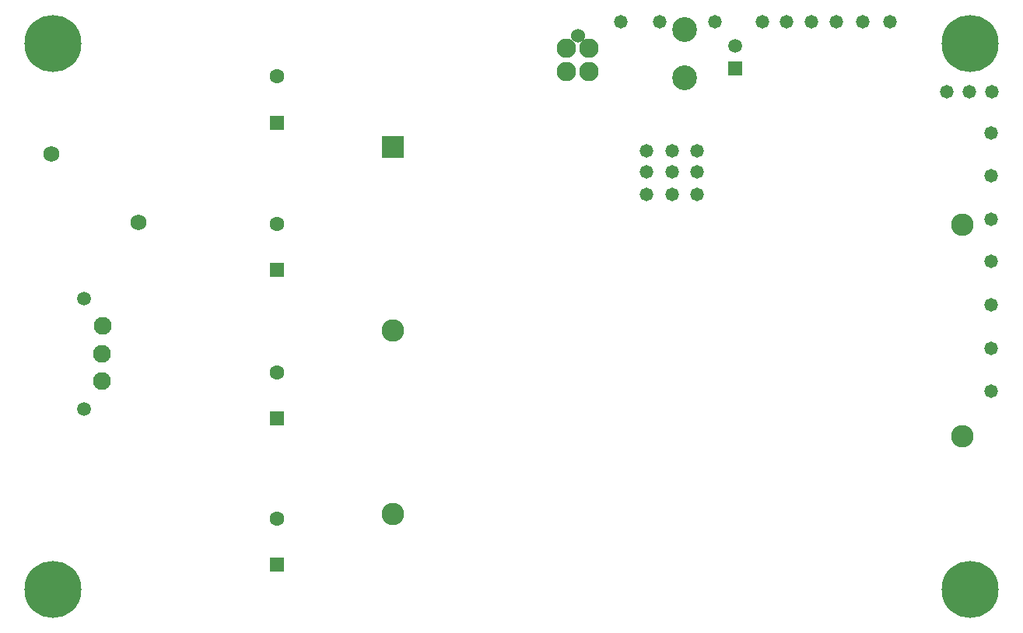
<source format=gbs>
G04*
G04 #@! TF.GenerationSoftware,Altium Limited,Altium Designer,18.1.9 (240)*
G04*
G04 Layer_Color=16711935*
%FSLAX44Y44*%
%MOMM*%
G71*
G01*
G75*
%ADD26C,2.1032*%
%ADD27C,2.7032*%
%ADD28R,1.5032X1.5032*%
%ADD29C,1.5032*%
%ADD30C,6.2032*%
%ADD31C,1.9532*%
%ADD32R,1.6032X1.6032*%
%ADD33C,1.6032*%
%ADD34C,1.7272*%
%ADD35R,2.4532X2.4532*%
%ADD36C,2.4532*%
%ADD37C,1.5232*%
%ADD38C,1.4732*%
D26*
X1115000Y1001000D02*
D03*
X1140000D02*
D03*
X1115000Y1026000D02*
D03*
X1140000D02*
D03*
D27*
X1244000Y1046750D02*
D03*
Y993750D02*
D03*
D28*
X1299000Y1004000D02*
D03*
D29*
Y1029000D02*
D03*
X590000Y633600D02*
D03*
Y753600D02*
D03*
D30*
X1554480Y436880D02*
D03*
Y1031240D02*
D03*
X556260D02*
D03*
Y436880D02*
D03*
D31*
X609600Y693600D02*
D03*
Y663600D02*
D03*
X610350Y723600D02*
D03*
D32*
X800100Y463740D02*
D03*
Y622960D02*
D03*
Y945280D02*
D03*
Y784860D02*
D03*
D33*
Y513740D02*
D03*
Y672960D02*
D03*
Y995280D02*
D03*
Y834860D02*
D03*
D34*
X554478Y911278D02*
D03*
X649478Y836279D02*
D03*
D35*
X926430Y918820D02*
D03*
D36*
Y718820D02*
D03*
Y518820D02*
D03*
X1546430Y603820D02*
D03*
Y833820D02*
D03*
D37*
X1127500Y1039400D02*
D03*
D38*
X1216750Y1054750D02*
D03*
X1174750D02*
D03*
X1577250Y652750D02*
D03*
Y699250D02*
D03*
Y746500D02*
D03*
Y794250D02*
D03*
Y840250D02*
D03*
Y887250D02*
D03*
Y934000D02*
D03*
X1257500Y867250D02*
D03*
X1230250D02*
D03*
X1202500D02*
D03*
X1257500Y891500D02*
D03*
X1230000D02*
D03*
X1202500D02*
D03*
X1257500Y914278D02*
D03*
X1230000D02*
D03*
X1202500D02*
D03*
X1578000Y978500D02*
D03*
X1553500D02*
D03*
X1529250D02*
D03*
X1277000Y1054750D02*
D03*
X1467000D02*
D03*
X1437750D02*
D03*
X1328500D02*
D03*
X1409250D02*
D03*
X1381750D02*
D03*
X1354500D02*
D03*
M02*

</source>
